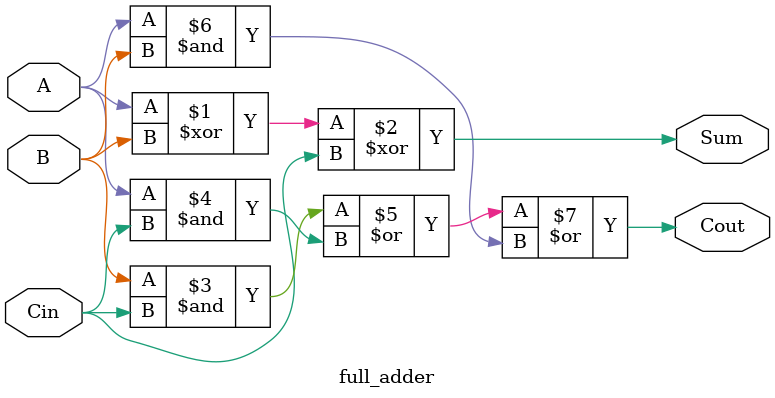
<source format=v>
`timescale 1ns / 1ps


module full_adder (Sum, Cin, Cout, A, B);
	input A, B, Cin; 
	output Cout, Sum;

	assign Sum = A ^ B ^ Cin;
	assign Cout = {B & Cin} | {A & Cin} | {A & B};
         
endmodule
</source>
